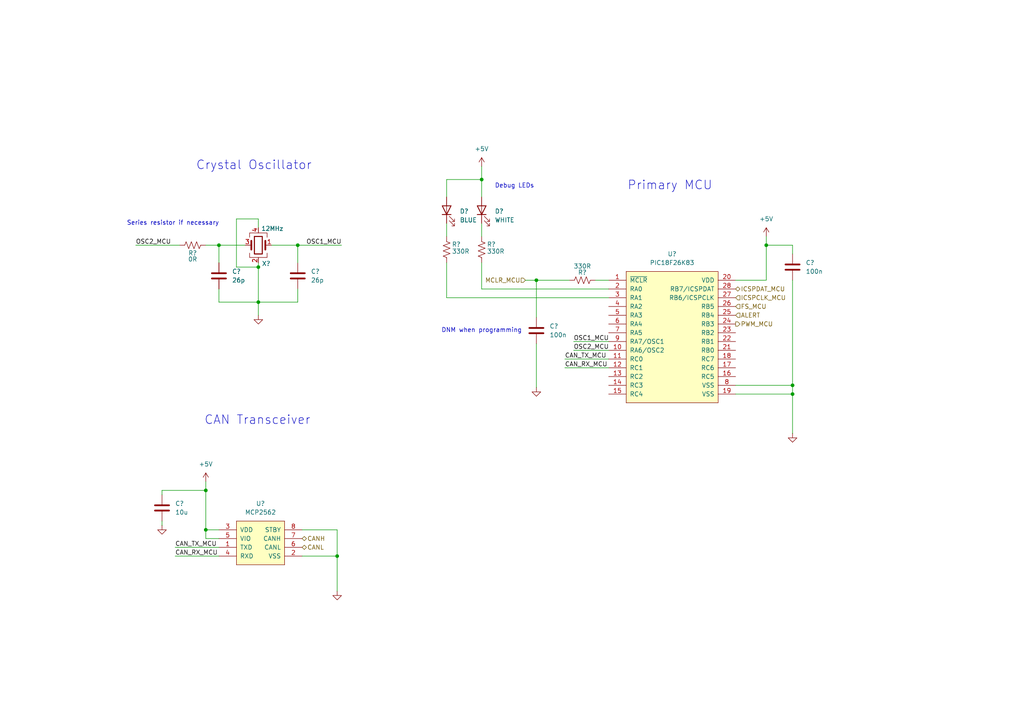
<source format=kicad_sch>
(kicad_sch (version 20231120) (generator "eeschema") (generator_version "8.0")
  (paper "A4")
  (lib_symbols
    (symbol "canhw:+5V" (power) (pin_numbers hide) (pin_names (offset 0) hide)
      (property "Value" "+5V" (at 0 3.556 0))
      (symbol "+5V_0_1"
        (polyline (pts (xy -0.762 1.27) (xy 0 2.54)))
        (polyline (pts (xy 0 0) (xy 0 2.54)))
        (polyline (pts (xy 0 2.54) (xy 0.762 1.27)))
      )
      (symbol "+5V_1_1"
        (pin power_in line (at 0 0 90) (length 0) (name "~") (number "1"))
      )
    )
    (symbol "canhw:C" (pin_numbers hide) (pin_names (offset 0.254))
      (property "Reference" "C" (at 0.635 2.54 0))
      (property "Value" "C" (at 0.635 -2.54 0))
      (symbol "C_0_1"
        (polyline (pts (xy -2.032 -0.762) (xy 2.032 -0.762)) (stroke (width 0.508)))
        (polyline (pts (xy -2.032 0.762) (xy 2.032 0.762)) (stroke (width 0.508)))
      )
      (symbol "C_1_1"
        (pin passive line (at 0 3.81 270) (length 2.794) (name "~") (number "1"))
        (pin passive line (at 0 -3.81 90) (length 2.794) (name "~") (number "2"))
      )
    )
    (symbol "canhw:Crystal_GND24" (pin_names (offset 1.016) hide)
      (property "Reference" "Y" (at 3.175 5.08 0))
      (property "Value" "Crystal_GND24" (at 3.175 3.175 0))
      (symbol "Crystal_GND24_0_1"
        (rectangle (start -1.143 2.54) (end 1.143 -2.54) (stroke (width 0.3048)))
        (polyline (pts (xy -2.54 0) (xy -2.032 0)))
        (polyline (pts (xy -2.032 -1.27) (xy -2.032 1.27)) (stroke (width 0.508)))
        (polyline (pts (xy 0 -3.81) (xy 0 -3.556)))
        (polyline (pts (xy 0 3.556) (xy 0 3.81)))
        (polyline (pts (xy 2.032 -1.27) (xy 2.032 1.27)) (stroke (width 0.508)))
        (polyline (pts (xy 2.032 0) (xy 2.54 0)))
        (polyline (pts (xy -2.54 -2.286) (xy -2.54 -3.556) (xy 2.54 -3.556) (xy 2.54 -2.286)))
        (polyline (pts (xy -2.54 2.286) (xy -2.54 3.556) (xy 2.54 3.556) (xy 2.54 2.286)))
      )
      (symbol "Crystal_GND24_1_1"
        (pin passive line (at -3.81 0 0) (length 1.27) (name "1") (number "1"))
        (pin passive line (at 0 5.08 270) (length 1.27) (name "2") (number "2"))
        (pin passive line (at 3.81 0 180) (length 1.27) (name "3") (number "3"))
        (pin passive line (at 0 -5.08 90) (length 1.27) (name "4") (number "4"))
      )
    )
    (symbol "canhw:GND" (power) (pin_numbers hide) (pin_names (offset 0) hide)
      (property "Value" "GND" (at 0 -3.81 0))
      (symbol "GND_0_1"
        (polyline (pts (xy 0 0) (xy 0 -1.27) (xy 1.27 -1.27) (xy 0 -2.54) (xy -1.27 -1.27) (xy 0 -1.27)))
      )
      (symbol "GND_1_1"
        (pin power_in line (at 0 0 270) (length 0) (name "~") (number "1"))
      )
    )
    (symbol "canhw:LED" (pin_numbers hide) (pin_names (offset 1.016) hide)
      (property "Reference" "D" (at 0 2.54 0))
      (property "Value" "LED" (at 0 -2.54 0))
      (symbol "LED_0_1"
        (polyline (pts (xy -1.27 -1.27) (xy -1.27 1.27)) (stroke (width 0.254)))
        (polyline (pts (xy -1.27 0) (xy 1.27 0)))
        (polyline (pts (xy 1.27 -1.27) (xy 1.27 1.27) (xy -1.27 0) (xy 1.27 -1.27)) (stroke (width 0.254)))
        (polyline (pts (xy -3.048 -0.762) (xy -4.572 -2.286) (xy -3.81 -2.286) (xy -4.572 -2.286) (xy -4.572 -1.524)))
        (polyline (pts (xy -1.778 -0.762) (xy -3.302 -2.286) (xy -2.54 -2.286) (xy -3.302 -2.286) (xy -3.302 -1.524)))
      )
      (symbol "LED_1_1"
        (pin passive line (at -3.81 0 0) (length 2.54) (name "K") (number "1"))
        (pin passive line (at 3.81 0 180) (length 2.54) (name "A") (number "2"))
      )
    )
    (symbol "canhw:MCP2562" (pin_names (offset 1.016))
      (property "Reference" "U" (at 5.08 3.81 0))
      (property "Value" "MCP2562" (at -3.81 3.81 0))
      (symbol "MCP2562_0_1"
        (rectangle (start -7.62 2.54) (end 6.35 -10.16) (fill (type background)))
      )
      (symbol "MCP2562_1_1"
        (pin bidirectional line (at -12.7 -5.08 0) (length 5.08) (name "TXD") (number "1"))
        (pin power_in line (at 11.43 -7.62 180) (length 5.08) (name "VSS") (number "2"))
        (pin power_in line (at -12.7 0 0) (length 5.08) (name "VDD") (number "3"))
        (pin bidirectional line (at -12.7 -7.62 0) (length 5.08) (name "RXD") (number "4"))
        (pin bidirectional line (at -12.7 -2.54 0) (length 5.08) (name "VIO") (number "5"))
        (pin bidirectional line (at 11.43 -5.08 180) (length 5.08) (name "CANL") (number "6"))
        (pin bidirectional line (at 11.43 -2.54 180) (length 5.08) (name "CANH") (number "7"))
        (pin bidirectional line (at 11.43 0 180) (length 5.08) (name "STBY") (number "8"))
      )
    )
    (symbol "canhw:PIC18F26K83" (pin_names (offset 1.016))
      (property "Reference" "U" (at 11.43 20.32 0))
      (property "Value" "PIC18F26K83" (at -7.62 20.32 0))
      (symbol "PIC18F26K83_0_1"
        (rectangle (start -13.97 19.05) (end 12.7 -19.05) (fill (type background)))
      )
      (symbol "PIC18F26K83_1_1"
        (pin input line (at -19.05 16.51 0) (length 5.08) (name "~{MCLR}") (number "1"))
        (pin bidirectional line (at -19.05 -3.81 0) (length 5.08) (name "RA6/OSC2") (number "10"))
        (pin bidirectional line (at -19.05 -6.35 0) (length 5.08) (name "RC0") (number "11"))
        (pin bidirectional line (at -19.05 -8.89 0) (length 5.08) (name "RC1") (number "12"))
        (pin bidirectional line (at -19.05 -11.43 0) (length 5.08) (name "RC2") (number "13"))
        (pin bidirectional line (at -19.05 -13.97 0) (length 5.08) (name "RC3") (number "14"))
        (pin bidirectional line (at -19.05 -16.51 0) (length 5.08) (name "RC4") (number "15"))
        (pin bidirectional line (at 17.78 -11.43 180) (length 5.08) (name "RC5") (number "16"))
        (pin bidirectional line (at 17.78 -8.89 180) (length 5.08) (name "RC6") (number "17"))
        (pin bidirectional line (at 17.78 -6.35 180) (length 5.08) (name "RC7") (number "18"))
        (pin power_in line (at 17.78 -16.51 180) (length 5.08) (name "VSS") (number "19"))
        (pin bidirectional line (at -19.05 13.97 0) (length 5.08) (name "RA0") (number "2"))
        (pin power_in line (at 17.78 16.51 180) (length 5.08) (name "VDD") (number "20"))
        (pin bidirectional line (at 17.78 -3.81 180) (length 5.08) (name "RB0") (number "21"))
        (pin bidirectional line (at 17.78 -1.27 180) (length 5.08) (name "RB1") (number "22"))
        (pin bidirectional line (at 17.78 1.27 180) (length 5.08) (name "RB2") (number "23"))
        (pin bidirectional line (at 17.78 3.81 180) (length 5.08) (name "RB3") (number "24"))
        (pin bidirectional line (at 17.78 6.35 180) (length 5.08) (name "RB4") (number "25"))
        (pin bidirectional line (at 17.78 8.89 180) (length 5.08) (name "RB5") (number "26"))
        (pin bidirectional line (at 17.78 11.43 180) (length 5.08) (name "RB6/ICSPCLK") (number "27"))
        (pin bidirectional line (at 17.78 13.97 180) (length 5.08) (name "RB7/ICSPDAT") (number "28"))
        (pin bidirectional line (at -19.05 11.43 0) (length 5.08) (name "RA1") (number "3"))
        (pin bidirectional line (at -19.05 8.89 0) (length 5.08) (name "RA2") (number "4"))
        (pin bidirectional line (at -19.05 6.35 0) (length 5.08) (name "RA3") (number "5"))
        (pin bidirectional line (at -19.05 3.81 0) (length 5.08) (name "RA4") (number "6"))
        (pin bidirectional line (at -19.05 1.27 0) (length 5.08) (name "RA5") (number "7"))
        (pin power_in line (at 17.78 -13.97 180) (length 5.08) (name "VSS") (number "8"))
        (pin bidirectional line (at -19.05 -1.27 0) (length 5.08) (name "RA7/OSC1") (number "9"))
      )
    )
    (symbol "canhw:R_US" (pin_numbers hide) (pin_names (offset 0))
      (property "Reference" "R" (at 2.54 0 90))
      (property "Value" "R_US" (at -2.54 0 90))
      (symbol "R_US_0_1"
        (polyline (pts (xy 0 -2.286) (xy 0 -2.54)))
        (polyline (pts (xy 0 2.286) (xy 0 2.54)))
        (polyline (pts (xy 0 -0.762) (xy 1.016 -1.143) (xy 0 -1.524) (xy -1.016 -1.905) (xy 0 -2.286)))
        (polyline (pts (xy 0 0.762) (xy 1.016 0.381) (xy 0 0) (xy -1.016 -0.381) (xy 0 -0.762)))
        (polyline (pts (xy 0 2.286) (xy 1.016 1.905) (xy 0 1.524) (xy -1.016 1.143) (xy 0 0.762)))
      )
      (symbol "R_US_1_1"
        (pin passive line (at 0 3.81 270) (length 1.27) (name "~") (number "1"))
        (pin passive line (at 0 -3.81 90) (length 1.27) (name "~") (number "2"))
      )
    )
  )
  (junction (at 155.575 81.28))
  (junction (at 59.69 142.24))
  (junction (at 229.87 111.76))
  (junction (at 139.7 52.07))
  (junction (at 222.25 71.12))
  (junction (at 97.79 161.29))
  (junction (at 74.93 87.63))
  (junction (at 63.5 71.12))
  (junction (at 86.36 71.12))
  (junction (at 229.87 114.3))
  (junction (at 74.93 77.47))
  (junction (at 59.69 153.67))
  (wire (pts (xy 86.36 87.63) (xy 74.93 87.63)))
  (wire (pts (xy 74.93 63.5) (xy 68.58 63.5)))
  (wire (pts (xy 86.36 83.82) (xy 86.36 87.63)))
  (wire (pts (xy 63.5 87.63) (xy 74.93 87.63)))
  (wire (pts (xy 68.58 77.47) (xy 74.93 77.47)))
  (wire (pts (xy 50.8 158.75) (xy 63.5 158.75)))
  (wire (pts (xy 163.83 104.14) (xy 176.53 104.14)))
  (wire (pts (xy 139.7 83.82) (xy 176.53 83.82)))
  (wire (pts (xy 71.12 71.12) (xy 63.5 71.12)))
  (wire (pts (xy 129.54 52.07) (xy 129.54 57.15)))
  (wire (pts (xy 139.7 64.77) (xy 139.7 68.58)))
  (wire (pts (xy 155.575 99.695) (xy 155.575 112.395)))
  (wire (pts (xy 166.37 99.06) (xy 176.53 99.06)))
  (wire (pts (xy 139.7 76.2) (xy 139.7 83.82)))
  (wire (pts (xy 129.54 76.2) (xy 129.54 86.36)))
  (wire (pts (xy 63.5 153.67) (xy 59.69 153.67)))
  (wire (pts (xy 50.8 161.29) (xy 63.5 161.29)))
  (wire (pts (xy 59.69 156.21) (xy 59.69 153.67)))
  (wire (pts (xy 213.36 111.76) (xy 229.87 111.76)))
  (wire (pts (xy 86.36 71.12) (xy 99.06 71.12)))
  (wire (pts (xy 59.69 142.24) (xy 59.69 153.67)))
  (wire (pts (xy 63.5 71.12) (xy 63.5 76.2)))
  (wire (pts (xy 172.72 81.28) (xy 176.53 81.28)))
  (wire (pts (xy 222.25 68.58) (xy 222.25 71.12)))
  (wire (pts (xy 163.83 106.68) (xy 176.53 106.68)))
  (wire (pts (xy 78.74 71.12) (xy 86.36 71.12)))
  (wire (pts (xy 229.87 111.76) (xy 229.87 114.3)))
  (wire (pts (xy 229.87 81.28) (xy 229.87 111.76)))
  (wire (pts (xy 97.79 153.67) (xy 97.79 161.29)))
  (wire (pts (xy 74.93 66.04) (xy 74.93 63.5)))
  (wire (pts (xy 59.69 139.7) (xy 59.69 142.24)))
  (wire (pts (xy 63.5 83.82) (xy 63.5 87.63)))
  (wire (pts (xy 166.37 101.6) (xy 176.53 101.6)))
  (wire (pts (xy 176.53 86.36) (xy 129.54 86.36)))
  (wire (pts (xy 63.5 156.21) (xy 59.69 156.21)))
  (wire (pts (xy 129.54 64.77) (xy 129.54 68.58)))
  (wire (pts (xy 74.93 77.47) (xy 74.93 87.63)))
  (wire (pts (xy 97.79 161.29) (xy 97.79 171.45)))
  (wire (pts (xy 229.87 73.66) (xy 229.87 71.12)))
  (wire (pts (xy 46.99 151.13) (xy 46.99 152.4)))
  (wire (pts (xy 59.69 71.12) (xy 63.5 71.12)))
  (wire (pts (xy 46.99 143.51) (xy 46.99 142.24)))
  (wire (pts (xy 213.36 81.28) (xy 222.25 81.28)))
  (wire (pts (xy 155.575 81.28) (xy 165.1 81.28)))
  (wire (pts (xy 68.58 63.5) (xy 68.58 77.47)))
  (wire (pts (xy 86.36 71.12) (xy 86.36 76.2)))
  (wire (pts (xy 213.36 114.3) (xy 229.87 114.3)))
  (wire (pts (xy 129.54 52.07) (xy 139.7 52.07)))
  (wire (pts (xy 222.25 71.12) (xy 229.87 71.12)))
  (wire (pts (xy 139.7 48.26) (xy 139.7 52.07)))
  (wire (pts (xy 222.25 71.12) (xy 222.25 81.28)))
  (wire (pts (xy 74.93 77.47) (xy 74.93 76.2)))
  (wire (pts (xy 39.37 71.12) (xy 52.07 71.12)))
  (wire (pts (xy 152.4 81.28) (xy 155.575 81.28)))
  (wire (pts (xy 74.93 87.63) (xy 74.93 91.44)))
  (wire (pts (xy 155.575 81.28) (xy 155.575 92.075)))
  (wire (pts (xy 87.63 161.29) (xy 97.79 161.29)))
  (wire (pts (xy 139.7 52.07) (xy 139.7 57.15)))
  (wire (pts (xy 46.99 142.24) (xy 59.69 142.24)))
  (wire (pts (xy 87.63 153.67) (xy 97.79 153.67)))
  (wire (pts (xy 229.87 114.3) (xy 229.87 125.73)))
  (text "DNM when programming" (at 139.7 95.885 0) (effects (font (size 1.27 1.27))))
  (text "Series resistor if necessary" (at 50.165 64.77 0) (effects (font (size 1.27 1.27))))
  (text "Crystal Oscillator" (at 73.66 48.006 0) (effects (font (size 2.54 2.54))))
  (text "Primary MCU" (at 194.31 53.848 0) (effects (font (size 2.54 2.54))))
  (text "CAN Transceiver" (at 74.676 121.92 0) (effects (font (size 2.54 2.54))))
  (text "Debug LEDs" (at 149.225 53.975 0) (effects (font (size 1.27 1.27))))
  (label "OSC2_MCU" (at 166.37 101.6 0))
  (label "CAN_TX_MCU" (at 163.83 104.14 0))
  (label "OSC1_MCU" (at 99.06 71.12 180))
  (label "CAN_RX_MCU" (at 50.8 161.29 0))
  (label "CAN_RX_MCU" (at 163.83 106.68 0))
  (label "CAN_TX_MCU" (at 50.8 158.75 0))
  (label "OSC2_MCU" (at 39.37 71.12 0))
  (label "OSC1_MCU" (at 166.37 99.06 0))
  (hierarchical_label "ICSPCLK_MCU" (shape input) (at 213.36 86.36 0))
  (hierarchical_label "MCLR_MCU" (shape input) (at 152.4 81.28 180))
  (hierarchical_label "ALERT" (shape input) (at 213.36 91.44 0))
  (hierarchical_label "ICSPDAT_MCU" (shape bidirectional) (at 213.36 83.82 0))
  (hierarchical_label "FS_MCU" (shape input) (at 213.36 88.9 0))
  (hierarchical_label "CANL" (shape bidirectional) (at 87.63 158.75 0))
  (hierarchical_label "CANH" (shape bidirectional) (at 87.63 156.21 0))
  (hierarchical_label "PWM_MCU" (shape output) (at 213.36 93.98 0))
  (symbol (lib_id "canhw:C") (at 46.99 147.32 0) (unit 1)
    (property "Reference" "C?" (at 50.8 146.0499 0) (effects (justify left)))
    (property "Value" "10u" (at 50.8 148.5899 0) (effects (justify left)))
    (property "Description" "Unpolarized capacitor" (effects (hide yes)))
  )
  (symbol (lib_id "canhw:LED") (at 139.7 60.96 90) (unit 1)
    (property "Reference" "D?" (at 143.51 61.2774 90) (effects (justify right)))
    (property "Value" "WHITE" (at 143.51 63.8174 90) (effects (justify right)))
    (property "Description" "Light emitting diode" (effects (hide yes)))
  )
  (symbol (lib_id "canhw:+5V") (at 59.69 139.7 0) (unit 1)
    (property "Reference" "#PWR026" (effects (hide yes)))
    (property "Value" "+5V" (at 59.69 134.62 0))
    (property "Description" "Power symbol creates a global label with name \"+5V\"" (effects (hide yes)))
  )
  (symbol (lib_id "canhw:C") (at 229.87 77.47 0) (unit 1)
    (property "Reference" "C?" (at 233.68 76.1999 0) (effects (justify left)))
    (property "Value" "100n" (at 233.68 78.7399 0) (effects (justify left)))
    (property "Description" "Unpolarized capacitor" (effects (hide yes)))
  )
  (symbol (lib_id "canhw:C") (at 63.5 80.01 0) (unit 1)
    (property "Reference" "C?" (at 67.31 78.7399 0) (effects (justify left)))
    (property "Value" "26p" (at 67.31 81.2799 0) (effects (justify left)))
    (property "Description" "Unpolarized capacitor" (effects (hide yes)))
  )
  (symbol (lib_id "canhw:+5V") (at 139.7 48.26 0) (unit 1)
    (property "Reference" "#PWR059" (effects (hide yes)))
    (property "Value" "+5V" (at 139.7 43.18 0))
    (property "Description" "Power symbol creates a global label with name \"+5V\"" (effects (hide yes)))
  )
  (symbol (lib_id "canhw:GND") (at 74.93 91.44 0) (unit 1)
    (property "Reference" "#PWR049" (effects (hide yes)))
    (property "Value" "GND" (effects (hide yes)))
    (property "Description" "Power symbol creates a global label with name \"GND\" , ground" (effects (hide yes)))
  )
  (symbol (lib_id "canhw:+5V") (at 222.25 68.58 0) (unit 1)
    (property "Reference" "#PWR02" (effects (hide yes)))
    (property "Value" "+5V" (at 222.25 63.5 0))
    (property "Description" "Power symbol creates a global label with name \"+5V\"" (effects (hide yes)))
  )
  (symbol (lib_id "canhw:GND") (at 229.87 125.73 0) (unit 1)
    (property "Reference" "#PWR01" (effects (hide yes)))
    (property "Value" "GND" (effects (hide yes)))
    (property "Description" "Power symbol creates a global label with name \"GND\" , ground" (effects (hide yes)))
  )
  (symbol (lib_id "canhw:C") (at 155.575 95.885 0) (unit 1)
    (property "Reference" "C?" (at 159.385 94.6149 0) (effects (justify left)))
    (property "Value" "100n" (at 159.385 97.1549 0) (effects (justify left)))
    (property "Description" "Unpolarized capacitor" (effects (hide yes)))
  )
  (symbol (lib_id "canhw:GND") (at 155.575 112.395 0) (unit 1)
    (property "Reference" "#PWR03" (effects (hide yes)))
    (property "Value" "GND" (effects (hide yes)))
    (property "Description" "Power symbol creates a global label with name \"GND\" , ground" (effects (hide yes)))
  )
  (symbol (lib_id "canhw:GND") (at 46.99 152.4 0) (unit 1)
    (property "Reference" "#PWR014" (effects (hide yes)))
    (property "Value" "GND" (effects (hide yes)))
    (property "Description" "Power symbol creates a global label with name \"GND\" , ground" (effects (hide yes)))
  )
  (symbol (lib_id "canhw:Crystal_GND24") (at 74.93 71.12 180) (unit 1)
    (property "Reference" "X?" (at 77.216 76.454 0))
    (property "Value" "12MHz" (at 78.994 66.294 0))
    (property "Footprint" "Crystal:Crystal_SMD_2016-4Pin_2.0x1.6mm" (effects (hide yes)))
    (property "Datasheet" "https://abracon.com/Resonators/abm8.pdf" (effects (hide yes)))
    (property "Description" "Four pin crystal, GND on pins 2 and 4" (effects (hide yes)))
  )
  (symbol (lib_id "canhw:MCP2562") (at 76.2 153.67 0) (unit 1)
    (property "Reference" "U?" (at 75.565 146.05 0))
    (property "Value" "MCP2562" (at 75.565 148.59 0))
  )
  (symbol (lib_id "canhw:C") (at 86.36 80.01 0) (unit 1)
    (property "Reference" "C?" (at 90.17 78.7399 0) (effects (justify left)))
    (property "Value" "26p" (at 90.17 81.2799 0) (effects (justify left)))
    (property "Description" "Unpolarized capacitor" (effects (hide yes)))
  )
  (symbol (lib_id "canhw:R_US") (at 55.88 71.12 90) (unit 1)
    (property "Reference" "R?" (at 55.88 73.406 90))
    (property "Value" "0R" (at 55.88 75.184 90))
    (property "Description" "Resistor, US symbol" (effects (hide yes)))
  )
  (symbol (lib_id "canhw:R_US") (at 168.91 81.28 270) (unit 1)
    (property "Reference" "R?" (at 168.91 78.994 90))
    (property "Value" "330R" (at 168.91 77.216 90))
    (property "Description" "Resistor, US symbol" (effects (hide yes)))
  )
  (symbol (lib_id "canhw:R_US") (at 129.54 72.39 0) (unit 1)
    (property "Reference" "R?" (at 131.064 70.866 0) (effects (justify left)))
    (property "Value" "330R" (at 131.064 72.898 0) (effects (justify left)))
    (property "Description" "Resistor, US symbol" (effects (hide yes)))
  )
  (symbol (lib_id "canhw:R_US") (at 139.7 72.39 0) (unit 1)
    (property "Reference" "R?" (at 141.224 70.866 0) (effects (justify left)))
    (property "Value" "330R" (at 141.224 72.898 0) (effects (justify left)))
    (property "Description" "Resistor, US symbol" (effects (hide yes)))
  )
  (symbol (lib_id "canhw:GND") (at 97.79 171.45 0) (unit 1)
    (property "Reference" "#PWR027" (effects (hide yes)))
    (property "Value" "GND" (effects (hide yes)))
    (property "Description" "Power symbol creates a global label with name \"GND\" , ground" (effects (hide yes)))
  )
  (symbol (lib_id "canhw:PIC18F26K83") (at 195.58 97.79 0) (unit 1)
    (property "Reference" "U?" (at 194.945 73.66 0))
    (property "Value" "PIC18F26K83" (at 194.945 76.2 0))
  )
  (symbol (lib_id "canhw:LED") (at 129.54 60.96 90) (unit 1)
    (property "Reference" "D?" (at 133.35 61.2774 90) (effects (justify right)))
    (property "Value" "BLUE" (at 133.35 63.8174 90) (effects (justify right)))
    (property "Description" "Light emitting diode" (effects (hide yes)))
  )
)
</source>
